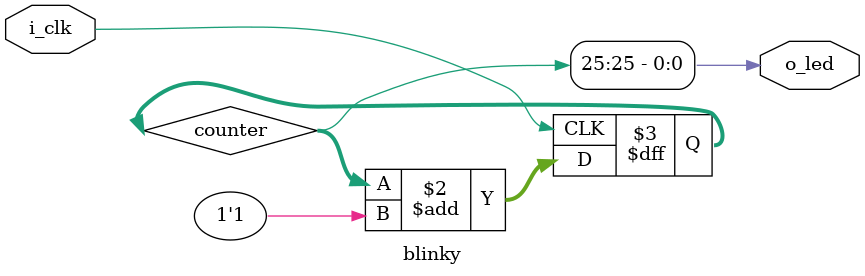
<source format=v>
`default_nettype none

module blinky(i_clk, o_led);
  input wire i_clk;
  output wire o_led;

  reg	[25:0]	counter;

  always @(posedge i_clk)
    counter <= counter + 1'b1;

  assign o_led = counter[25];

endmodule

</source>
